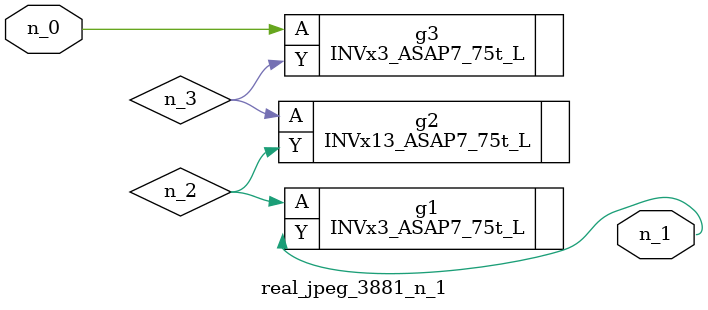
<source format=v>
module real_jpeg_3881_n_1 (n_0, n_1);

input n_0;

output n_1;

wire n_3;
wire n_2;

INVx3_ASAP7_75t_L g3 ( 
.A(n_0),
.Y(n_3)
);

INVx3_ASAP7_75t_L g1 ( 
.A(n_2),
.Y(n_1)
);

INVx13_ASAP7_75t_L g2 ( 
.A(n_3),
.Y(n_2)
);


endmodule
</source>
